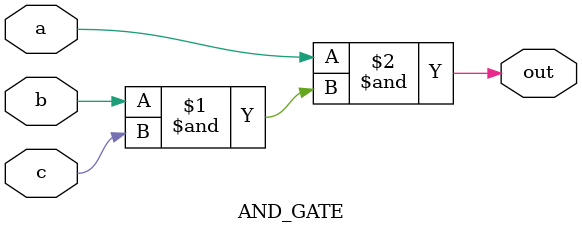
<source format=v>
module AND_GATE(a, b, c, out);
	input a, b, c;
	output out;

	assign out = a & (b & c);
endmodule

</source>
